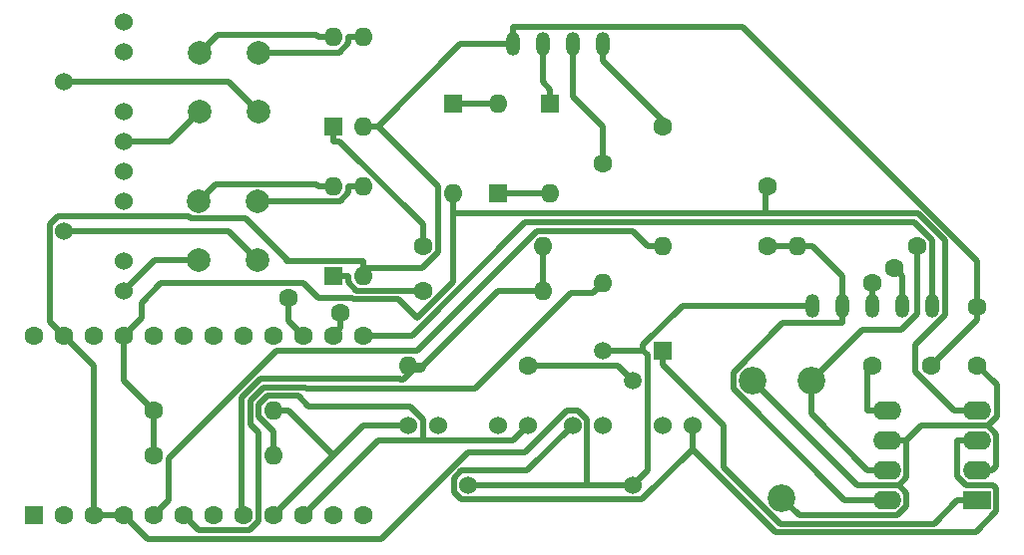
<source format=gbr>
G04 #@! TF.GenerationSoftware,KiCad,Pcbnew,5.1.0-060a0da~80~ubuntu18.04.1*
G04 #@! TF.CreationDate,2019-04-27T22:21:35+03:00*
G04 #@! TF.ProjectId,manipulyator-v3,6d616e69-7075-46c7-9961-746f722d7633,rev?*
G04 #@! TF.SameCoordinates,Original*
G04 #@! TF.FileFunction,Copper,L2,Bot*
G04 #@! TF.FilePolarity,Positive*
%FSLAX46Y46*%
G04 Gerber Fmt 4.6, Leading zero omitted, Abs format (unit mm)*
G04 Created by KiCad (PCBNEW 5.1.0-060a0da~80~ubuntu18.04.1) date 2019-04-27 22:21:35*
%MOMM*%
%LPD*%
G04 APERTURE LIST*
%ADD10O,1.200000X2.000000*%
%ADD11R,1.600000X1.600000*%
%ADD12C,1.600000*%
%ADD13O,1.600000X1.600000*%
%ADD14C,1.524000*%
%ADD15C,2.000000*%
%ADD16C,2.340000*%
%ADD17C,1.500000*%
%ADD18R,1.500000X1.500000*%
%ADD19R,2.400000X1.600000*%
%ADD20O,2.400000X1.600000*%
%ADD21C,0.500000*%
G04 APERTURE END LIST*
D10*
X189230000Y-68580000D03*
X191770000Y-68580000D03*
X194310000Y-68580000D03*
X196850000Y-68580000D03*
X199390000Y-68580000D03*
D11*
X123190000Y-86360000D03*
D12*
X125730000Y-86360000D03*
X128270000Y-86360000D03*
X130810000Y-86360000D03*
X133350000Y-86360000D03*
X135890000Y-86360000D03*
X138430000Y-86360000D03*
X140970000Y-86360000D03*
X143510000Y-86360000D03*
X146050000Y-86360000D03*
X148590000Y-86360000D03*
X151130000Y-86360000D03*
X151130000Y-71120000D03*
X148590000Y-71120000D03*
X146050000Y-71120000D03*
X143510000Y-71120000D03*
X140970000Y-71120000D03*
X138430000Y-71120000D03*
X135890000Y-71120000D03*
X133350000Y-71120000D03*
X130810000Y-71120000D03*
X128270000Y-71120000D03*
X125730000Y-71120000D03*
X123190000Y-71120000D03*
D13*
X148590000Y-58420000D03*
X151130000Y-66040000D03*
X151130000Y-58420000D03*
D11*
X148590000Y-66040000D03*
D13*
X148590000Y-45720000D03*
X151130000Y-53340000D03*
X151130000Y-45720000D03*
D11*
X148590000Y-53340000D03*
D13*
X166370000Y-67310000D03*
D12*
X156210000Y-67310000D03*
D13*
X166370000Y-63500000D03*
D12*
X156210000Y-63500000D03*
D14*
X125730000Y-62230000D03*
X130810000Y-57150000D03*
X130810000Y-59690000D03*
X130810000Y-64770000D03*
X130810000Y-67310000D03*
X125730000Y-49530000D03*
X130810000Y-44450000D03*
X130810000Y-46990000D03*
X130810000Y-52070000D03*
X130810000Y-54610000D03*
X173990000Y-83820000D03*
X168910000Y-78740000D03*
X171450000Y-78740000D03*
X176530000Y-78740000D03*
X179070000Y-78740000D03*
D15*
X137160000Y-64690000D03*
X142160000Y-64690000D03*
X142160000Y-59690000D03*
X137160000Y-59690000D03*
X137240000Y-52070000D03*
X142240000Y-52070000D03*
X142240000Y-47070000D03*
X137240000Y-47070000D03*
D14*
X165100000Y-78740000D03*
X162560000Y-78740000D03*
X157480000Y-78740000D03*
X154940000Y-78740000D03*
X160020000Y-83820000D03*
D16*
X184150000Y-74930000D03*
X186650000Y-84930000D03*
X189150000Y-74930000D03*
D13*
X143510000Y-77470000D03*
D12*
X133350000Y-77470000D03*
D11*
X167005000Y-51435000D03*
D13*
X167005000Y-59055000D03*
D10*
X163830000Y-46355000D03*
X166370000Y-46355000D03*
X168910000Y-46355000D03*
X171450000Y-46355000D03*
D12*
X199310000Y-73660000D03*
X194310000Y-73660000D03*
X203200000Y-73660000D03*
X203200000Y-68660000D03*
D11*
X158750000Y-51435000D03*
D13*
X158750000Y-59055000D03*
X162560000Y-51435000D03*
D11*
X162560000Y-59055000D03*
D17*
X173990000Y-74930000D03*
X171450000Y-72390000D03*
D18*
X176530000Y-72390000D03*
D13*
X143510000Y-81280000D03*
D12*
X133350000Y-81280000D03*
X171450000Y-56515000D03*
D13*
X171450000Y-66675000D03*
X176530000Y-63500000D03*
D12*
X176530000Y-53340000D03*
X165100000Y-73660000D03*
D13*
X154940000Y-73660000D03*
D12*
X198120000Y-63500000D03*
D13*
X187960000Y-63500000D03*
D19*
X203200000Y-85090000D03*
D20*
X195580000Y-77470000D03*
X203200000Y-82550000D03*
X195580000Y-80010000D03*
X203200000Y-80010000D03*
X195580000Y-82550000D03*
X203200000Y-77470000D03*
X195580000Y-85090000D03*
D12*
X194310000Y-66675000D03*
X144780000Y-67945000D03*
X196215000Y-65405000D03*
X149225000Y-69215000D03*
X185420000Y-58420000D03*
X185420000Y-63500000D03*
D21*
X167005000Y-51435000D02*
X167005000Y-50184700D01*
X166370000Y-46355000D02*
X166370000Y-49549700D01*
X166370000Y-49549700D02*
X167005000Y-50184700D01*
X162560000Y-59055000D02*
X167005000Y-59055000D01*
X194310000Y-68580000D02*
X194310000Y-66675000D01*
X144780000Y-69850000D02*
X146050000Y-71120000D01*
X144780000Y-67945000D02*
X144780000Y-69850000D01*
X196850000Y-68580000D02*
X196850000Y-66040000D01*
X196850000Y-66040000D02*
X196215000Y-65405000D01*
X149225000Y-70485000D02*
X148590000Y-71120000D01*
X149225000Y-69215000D02*
X149225000Y-70485000D01*
X199390000Y-68580000D02*
X199390000Y-62965200D01*
X199390000Y-62965200D02*
X197900800Y-61476000D01*
X197900800Y-61476000D02*
X164897500Y-61476000D01*
X164897500Y-61476000D02*
X155253500Y-71120000D01*
X155253500Y-71120000D02*
X151130000Y-71120000D01*
X171450000Y-53340000D02*
X171450000Y-56515000D01*
X168910000Y-46355000D02*
X168910000Y-50800000D01*
X168910000Y-50800000D02*
X171450000Y-53340000D01*
X176530000Y-53340000D02*
X176530000Y-52885300D01*
X176530000Y-52885300D02*
X171450000Y-47805300D01*
X171450000Y-46355000D02*
X171450000Y-47805300D01*
X143510000Y-81280000D02*
X143510000Y-79290100D01*
X143510000Y-79290100D02*
X142239900Y-78020000D01*
X142239900Y-78020000D02*
X142239900Y-76965000D01*
X142239900Y-76965000D02*
X142995200Y-76209700D01*
X142995200Y-76209700D02*
X145597700Y-76209700D01*
X145597700Y-76209700D02*
X146507900Y-77119900D01*
X146507900Y-77119900D02*
X155088400Y-77119900D01*
X155088400Y-77119900D02*
X156210000Y-78241500D01*
X156210000Y-78241500D02*
X156210000Y-79984500D01*
X156210000Y-79984500D02*
X152425500Y-79984500D01*
X152425500Y-79984500D02*
X146050000Y-86360000D01*
X165100000Y-78740000D02*
X163855500Y-79984500D01*
X163855500Y-79984500D02*
X156210000Y-79984500D01*
X148580200Y-81289800D02*
X151130000Y-78740000D01*
X151130000Y-78740000D02*
X154940000Y-78740000D01*
X143510000Y-86360000D02*
X148580200Y-81289800D01*
X148580200Y-81289800D02*
X144760300Y-77470000D01*
X143510000Y-77470000D02*
X144760300Y-77470000D01*
X203200000Y-68660000D02*
X203200000Y-64794100D01*
X203200000Y-64794100D02*
X183310600Y-44904700D01*
X183310600Y-44904700D02*
X163830000Y-44904700D01*
X174840100Y-72390000D02*
X175234600Y-72784500D01*
X175234600Y-72784500D02*
X175234600Y-82575400D01*
X175234600Y-82575400D02*
X173990000Y-83820000D01*
X171450000Y-72390000D02*
X174840100Y-72390000D01*
X189230000Y-68580000D02*
X178198300Y-68580000D01*
X178198300Y-68580000D02*
X174840100Y-71938200D01*
X174840100Y-71938200D02*
X174840100Y-72390000D01*
X199310000Y-73660000D02*
X203200000Y-69770000D01*
X203200000Y-69770000D02*
X203200000Y-68660000D01*
X163830000Y-46355000D02*
X163830000Y-44904700D01*
X152380300Y-53340000D02*
X159365300Y-46355000D01*
X159365300Y-46355000D02*
X163830000Y-46355000D01*
X151130000Y-65414800D02*
X156112200Y-65414800D01*
X156112200Y-65414800D02*
X157461700Y-64065300D01*
X157461700Y-64065300D02*
X157461700Y-58421400D01*
X157461700Y-58421400D02*
X152380300Y-53340000D01*
X151130000Y-65414800D02*
X151130000Y-64789700D01*
X151130000Y-66040000D02*
X151130000Y-65414800D01*
X151130000Y-53340000D02*
X152380300Y-53340000D01*
X170124600Y-83820000D02*
X173990000Y-83820000D01*
X160020000Y-83820000D02*
X170124600Y-83820000D01*
X170124600Y-83820000D02*
X170124600Y-78237900D01*
X170124600Y-78237900D02*
X169361000Y-77474300D01*
X169361000Y-77474300D02*
X168445900Y-77474300D01*
X168445900Y-77474300D02*
X164871900Y-81048300D01*
X164871900Y-81048300D02*
X159989800Y-81048300D01*
X159989800Y-81048300D02*
X152650300Y-88387800D01*
X152650300Y-88387800D02*
X132837800Y-88387800D01*
X132837800Y-88387800D02*
X130810000Y-86360000D01*
X128270000Y-86360000D02*
X128270000Y-73660000D01*
X128270000Y-73660000D02*
X125730000Y-71120000D01*
X130810000Y-86360000D02*
X128270000Y-86360000D01*
X136463999Y-61140001D02*
X141150001Y-61140001D01*
X136283998Y-60960000D02*
X136463999Y-61140001D01*
X125206238Y-60960000D02*
X136283998Y-60960000D01*
X124517999Y-61648239D02*
X125206238Y-60960000D01*
X125730000Y-71120000D02*
X124517999Y-69907999D01*
X124517999Y-69907999D02*
X124517999Y-61648239D01*
X141150001Y-61140001D02*
X144799700Y-64789700D01*
X151130000Y-64789700D02*
X144799700Y-64789700D01*
X144799700Y-64789700D02*
X144632100Y-64789700D01*
X193929700Y-77470000D02*
X193929700Y-74040300D01*
X193929700Y-74040300D02*
X194310000Y-73660000D01*
X195580000Y-77470000D02*
X193929700Y-77470000D01*
X196564200Y-83837400D02*
X193057400Y-83837400D01*
X193057400Y-83837400D02*
X184150000Y-74930000D01*
X197230300Y-80010000D02*
X198500300Y-78740000D01*
X198500300Y-78740000D02*
X204112800Y-78740000D01*
X197230300Y-80010000D02*
X197230300Y-83171300D01*
X197230300Y-83171300D02*
X196564200Y-83837400D01*
X186650000Y-84930000D02*
X188113900Y-86393900D01*
X188113900Y-86393900D02*
X196455600Y-86393900D01*
X196455600Y-86393900D02*
X197235900Y-85613600D01*
X197235900Y-85613600D02*
X197235900Y-84509100D01*
X197235900Y-84509100D02*
X196564200Y-83837400D01*
X204112800Y-78740000D02*
X204861300Y-77991500D01*
X204861300Y-77991500D02*
X204861300Y-75321300D01*
X204861300Y-75321300D02*
X203200000Y-73660000D01*
X195580000Y-80010000D02*
X197230300Y-80010000D01*
X203200000Y-82550000D02*
X204522300Y-82550000D01*
X204112800Y-78740000D02*
X204850300Y-79477500D01*
X204850300Y-79477500D02*
X204850300Y-82222000D01*
X204850300Y-82222000D02*
X204522300Y-82550000D01*
X203200000Y-77470000D02*
X201294500Y-77470000D01*
X201294500Y-77470000D02*
X197992200Y-74167700D01*
X197992200Y-74167700D02*
X197992200Y-71865800D01*
X197992200Y-71865800D02*
X200460900Y-69397100D01*
X200460900Y-69397100D02*
X200460900Y-63045600D01*
X200460900Y-63045600D02*
X198173900Y-60758600D01*
X158750000Y-60758600D02*
X158750000Y-66581600D01*
X158750000Y-66581600D02*
X155714100Y-69617500D01*
X132312500Y-69617500D02*
X130810000Y-71120000D01*
X191770000Y-70030200D02*
X191770000Y-70030300D01*
X186719100Y-70030300D02*
X191770000Y-70030300D01*
X182514300Y-74235100D02*
X186719100Y-70030300D01*
X182514300Y-75619300D02*
X182514300Y-74235100D01*
X191985000Y-85090000D02*
X182514300Y-75619300D01*
X195580000Y-85090000D02*
X191985000Y-85090000D01*
X191770000Y-68580000D02*
X191770000Y-70030200D01*
X158750000Y-59055000D02*
X158750000Y-60758600D01*
X191770000Y-67854800D02*
X191770000Y-66059700D01*
X191770000Y-66059700D02*
X189210300Y-63500000D01*
X191770000Y-68217400D02*
X191770000Y-68580000D01*
X133350000Y-77470000D02*
X133350000Y-81280000D01*
X133350000Y-77470000D02*
X130810000Y-74930000D01*
X130810000Y-74930000D02*
X130810000Y-71120000D01*
X187960000Y-63500000D02*
X188225200Y-63500000D01*
X191770000Y-68217400D02*
X191770000Y-67854800D01*
X188585200Y-63500000D02*
X189210300Y-63500000D01*
X188585200Y-63500000D02*
X188225200Y-63500000D01*
X132312500Y-69617500D02*
X132312500Y-68347500D01*
X132312500Y-68347500D02*
X133985000Y-66675000D01*
X133985000Y-66675000D02*
X146050000Y-66675000D01*
X146050000Y-66675000D02*
X147320000Y-67945000D01*
X150208337Y-67945000D02*
X150273347Y-68010010D01*
X147320000Y-67945000D02*
X150208337Y-67945000D01*
X154106610Y-68010010D02*
X155714100Y-69617500D01*
X150273347Y-68010010D02*
X154106610Y-68010010D01*
X185218600Y-58621400D02*
X185420000Y-58420000D01*
X185218600Y-60758600D02*
X185218600Y-58621400D01*
X185218600Y-60758600D02*
X158750000Y-60758600D01*
X198173900Y-60758600D02*
X185218600Y-60758600D01*
X185420000Y-63500000D02*
X187960000Y-63500000D01*
X162560000Y-51435000D02*
X158750000Y-51435000D01*
X165100000Y-73660000D02*
X172720000Y-73660000D01*
X172720000Y-73660000D02*
X173990000Y-74930000D01*
X176530000Y-72390000D02*
X176530000Y-73590300D01*
X203200000Y-85090000D02*
X201549700Y-85090000D01*
X201549700Y-85090000D02*
X199541500Y-87098200D01*
X199541500Y-87098200D02*
X186491200Y-87098200D01*
X186491200Y-87098200D02*
X181671200Y-82278200D01*
X181671200Y-82278200D02*
X181671200Y-78731500D01*
X181671200Y-78731500D02*
X176530000Y-73590300D01*
X160607300Y-75593000D02*
X146321400Y-75593000D01*
X146321400Y-75593000D02*
X146237800Y-75509400D01*
X146237800Y-75509400D02*
X142705000Y-75509400D01*
X142705000Y-75509400D02*
X141539600Y-76674800D01*
X141539600Y-76674800D02*
X141539600Y-78660500D01*
X141539600Y-78660500D02*
X142239900Y-79360800D01*
X142239900Y-79360800D02*
X142239900Y-86894900D01*
X142239900Y-86894900D02*
X141476000Y-87658800D01*
X141476000Y-87658800D02*
X137188800Y-87658800D01*
X137188800Y-87658800D02*
X135890000Y-86360000D01*
X168725301Y-67474999D02*
X160607300Y-75593000D01*
X170650001Y-67474999D02*
X168725301Y-67474999D01*
X171450000Y-66675000D02*
X170650001Y-67474999D01*
X176530000Y-63500000D02*
X175279700Y-63500000D01*
X175279700Y-63500000D02*
X173985900Y-62206200D01*
X173985900Y-62206200D02*
X165880300Y-62206200D01*
X165880300Y-62206200D02*
X155677300Y-72409200D01*
X155677300Y-72409200D02*
X143772400Y-72409200D01*
X143772400Y-72409200D02*
X134639600Y-81542000D01*
X134639600Y-81542000D02*
X134639600Y-85070400D01*
X134639600Y-85070400D02*
X133350000Y-86360000D01*
X140970000Y-86360000D02*
X140839300Y-86229300D01*
X140839300Y-86229300D02*
X140839300Y-76384600D01*
X140839300Y-76384600D02*
X142414800Y-74809100D01*
X142414800Y-74809100D02*
X154250500Y-74809100D01*
X154250500Y-74809100D02*
X154311500Y-74870100D01*
X154311500Y-74870100D02*
X154518500Y-74870100D01*
X154518500Y-74870100D02*
X155386000Y-74002600D01*
X155386000Y-74002600D02*
X156044000Y-74002600D01*
X156044000Y-74002600D02*
X156190300Y-73856300D01*
X156190300Y-73856300D02*
X156190300Y-73660000D01*
X165119700Y-67310000D02*
X162540300Y-67310000D01*
X162540300Y-67310000D02*
X156190300Y-73660000D01*
X166370000Y-67310000D02*
X166370000Y-63500000D01*
X165744900Y-67310000D02*
X166370000Y-67310000D01*
X155565200Y-73660000D02*
X154940000Y-73660000D01*
X165744900Y-67310000D02*
X165119700Y-67310000D01*
X155565200Y-73660000D02*
X156190300Y-73660000D01*
X189150000Y-74930000D02*
X193454000Y-70626000D01*
X193454000Y-70626000D02*
X196742300Y-70626000D01*
X196742300Y-70626000D02*
X198120000Y-69248300D01*
X198120000Y-69248300D02*
X198120000Y-63500000D01*
X193929700Y-82550000D02*
X189150000Y-77770300D01*
X189150000Y-77770300D02*
X189150000Y-74930000D01*
X195580000Y-82550000D02*
X193929700Y-82550000D01*
X137240000Y-52070000D02*
X134700000Y-54610000D01*
X134700000Y-54610000D02*
X130810000Y-54610000D01*
X142240000Y-52070000D02*
X139700000Y-49530000D01*
X139700000Y-49530000D02*
X125730000Y-49530000D01*
X149879700Y-45720000D02*
X149879700Y-46263900D01*
X149879700Y-46263900D02*
X149073600Y-47070000D01*
X149073600Y-47070000D02*
X142240000Y-47070000D01*
X151130000Y-45720000D02*
X149879700Y-45720000D01*
X137240000Y-47070000D02*
X138765400Y-45544600D01*
X138765400Y-45544600D02*
X147164300Y-45544600D01*
X147164300Y-45544600D02*
X147339700Y-45720000D01*
X148590000Y-45720000D02*
X147339700Y-45720000D01*
X130810000Y-67310000D02*
X133430000Y-64690000D01*
X133430000Y-64690000D02*
X137160000Y-64690000D01*
X142160000Y-64690000D02*
X139700000Y-62230000D01*
X139700000Y-62230000D02*
X125730000Y-62230000D01*
X151130000Y-58420000D02*
X149879700Y-58420000D01*
X142160000Y-59690000D02*
X149153600Y-59690000D01*
X149153600Y-59690000D02*
X149879700Y-58963900D01*
X149879700Y-58963900D02*
X149879700Y-58420000D01*
X137160000Y-59690000D02*
X138614400Y-58235600D01*
X138614400Y-58235600D02*
X147155300Y-58235600D01*
X147155300Y-58235600D02*
X147339700Y-58420000D01*
X148590000Y-58420000D02*
X147339700Y-58420000D01*
X179070000Y-80757100D02*
X174794800Y-85032300D01*
X174794800Y-85032300D02*
X159450300Y-85032300D01*
X159450300Y-85032300D02*
X158807500Y-84389500D01*
X158807500Y-84389500D02*
X158807500Y-83268500D01*
X158807500Y-83268500D02*
X159468400Y-82607600D01*
X159468400Y-82607600D02*
X165042400Y-82607600D01*
X165042400Y-82607600D02*
X168910000Y-78740000D01*
X179070000Y-78740000D02*
X179070000Y-80757100D01*
X179070000Y-80757100D02*
X186115700Y-87802800D01*
X186115700Y-87802800D02*
X203124200Y-87802800D01*
X203124200Y-87802800D02*
X204850400Y-86076600D01*
X204850400Y-86076600D02*
X204850400Y-84102100D01*
X204850400Y-84102100D02*
X204568300Y-83820000D01*
X204568300Y-83820000D02*
X202269800Y-83820000D01*
X202269800Y-83820000D02*
X201549700Y-83099900D01*
X201549700Y-83099900D02*
X201549700Y-80010000D01*
X203200000Y-80010000D02*
X201549700Y-80010000D01*
X148590000Y-53340000D02*
X148590000Y-54590300D01*
X156210000Y-63500000D02*
X156210000Y-61663300D01*
X156210000Y-61663300D02*
X149137000Y-54590300D01*
X149137000Y-54590300D02*
X148590000Y-54590300D01*
X148590000Y-66040000D02*
X149840300Y-66040000D01*
X156210000Y-67310000D02*
X150563300Y-67310000D01*
X150563300Y-67310000D02*
X149840300Y-66587000D01*
X149840300Y-66587000D02*
X149840300Y-66040000D01*
M02*

</source>
